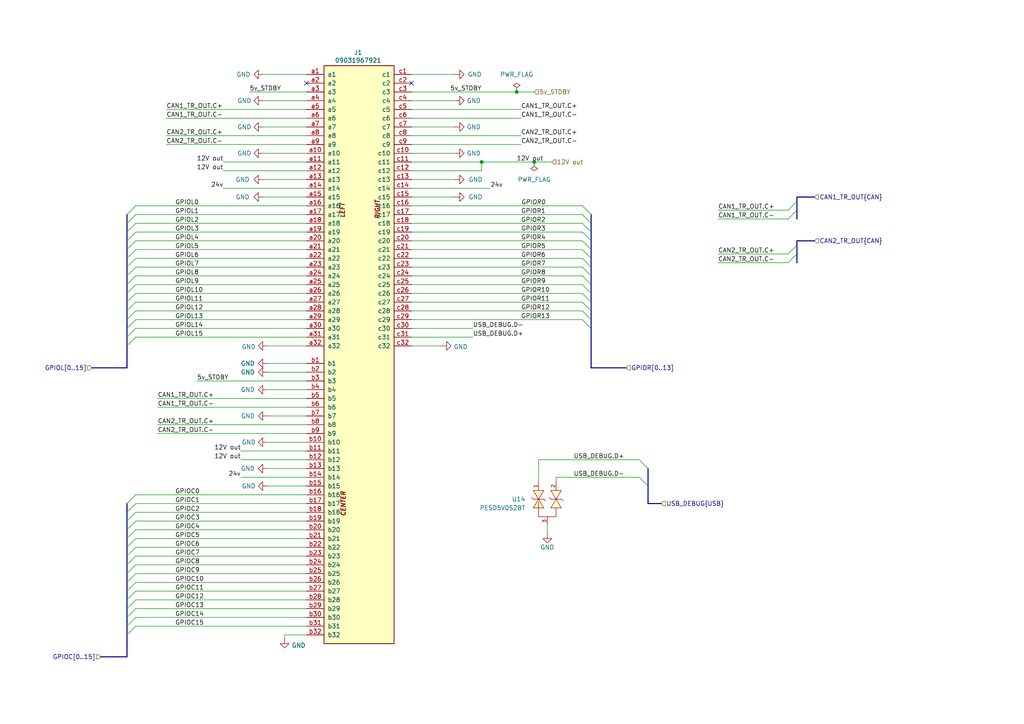
<source format=kicad_sch>
(kicad_sch (version 20231120) (generator "eeschema") (generator_version "8.0")
  (paper "A4")
  (title_block (date "2025-02-10") (rev "A") (company "ModuCard System"))
  (lib_symbols
    (symbol "DIN41612_3x32:09031967921" (pin_names (offset 1.016))
      (property "Reference" "J" (at 0 88.9 0))
      (property "Value" "09031967921" (at 0 86.36 0))
      (symbol "09031967921_0_0"
        (rectangle (start -10.16 83.82) (end 10.16 -83.82) (stroke (width 0.254)) (fill (type background)))
      )
      (symbol "09031967921_1_1"
        (text "CENTER" (at -4.572 -43.18 900) (effects (font (size 1.27 1.27) (bold yes) (italic yes))))
        (text "LEFT" (at -4.826 41.91 900) (effects (font (size 1.27 1.27) (bold yes) (italic yes))))
        (text "RIGHT" (at 5.334 42.164 900) (effects (font (size 1.27 1.27) (bold yes) (italic yes))))
        (pin passive line (at -15.24 81.28 0) (length 5.08) (name "a1") (number "a1"))
        (pin passive line (at -15.24 58.42 0) (length 5.08) (name "a10") (number "a10"))
        (pin passive line (at -15.24 55.88 0) (length 5.08) (name "a11") (number "a11"))
        (pin passive line (at -15.24 53.34 0) (length 5.08) (name "a12") (number "a12"))
        (pin passive line (at -15.24 50.8 0) (length 5.08) (name "a13") (number "a13"))
        (pin passive line (at -15.24 48.26 0) (length 5.08) (name "a14") (number "a14"))
        (pin passive line (at -15.24 45.72 0) (length 5.08) (name "a15") (number "a15"))
        (pin passive line (at -15.24 43.18 0) (length 5.08) (name "a16") (number "a16"))
        (pin passive line (at -15.24 40.64 0) (length 5.08) (name "a17") (number "a17"))
        (pin passive line (at -15.24 38.1 0) (length 5.08) (name "a18") (number "a18"))
        (pin passive line (at -15.24 35.56 0) (length 5.08) (name "a19") (number "a19"))
        (pin passive line (at -15.24 78.74 0) (length 5.08) (name "a2") (number "a2"))
        (pin passive line (at -15.24 33.02 0) (length 5.08) (name "a20") (number "a20"))
        (pin passive line (at -15.24 30.48 0) (length 5.08) (name "a21") (number "a21"))
        (pin passive line (at -15.24 27.94 0) (length 5.08) (name "a22") (number "a22"))
        (pin passive line (at -15.24 25.4 0) (length 5.08) (name "a23") (number "a23"))
        (pin passive line (at -15.24 22.86 0) (length 5.08) (name "a24") (number "a24"))
        (pin passive line (at -15.24 20.32 0) (length 5.08) (name "a25") (number "a25"))
        (pin passive line (at -15.24 17.78 0) (length 5.08) (name "a26") (number "a26"))
        (pin passive line (at -15.24 15.24 0) (length 5.08) (name "a27") (number "a27"))
        (pin passive line (at -15.24 12.7 0) (length 5.08) (name "a28") (number "a28"))
        (pin passive line (at -15.24 10.16 0) (length 5.08) (name "a29") (number "a29"))
        (pin passive line (at -15.24 76.2 0) (length 5.08) (name "a3") (number "a3"))
        (pin passive line (at -15.24 7.62 0) (length 5.08) (name "a30") (number "a30"))
        (pin passive line (at -15.24 5.08 0) (length 5.08) (name "a31") (number "a31"))
        (pin passive line (at -15.24 2.54 0) (length 5.08) (name "a32") (number "a32"))
        (pin passive line (at -15.24 73.66 0) (length 5.08) (name "a4") (number "a4"))
        (pin passive line (at -15.24 71.12 0) (length 5.08) (name "a5") (number "a5"))
        (pin passive line (at -15.24 68.58 0) (length 5.08) (name "a6") (number "a6"))
        (pin passive line (at -15.24 66.04 0) (length 5.08) (name "a7") (number "a7"))
        (pin passive line (at -15.24 63.5 0) (length 5.08) (name "a8") (number "a8"))
        (pin passive line (at -15.24 60.96 0) (length 5.08) (name "a9") (number "a9"))
        (pin passive line (at -15.24 -2.54 0) (length 5.08) (name "b1") (number "b1"))
        (pin passive line (at -15.24 -25.4 0) (length 5.08) (name "b10") (number "b10"))
        (pin passive line (at -15.24 -27.94 0) (length 5.08) (name "b11") (number "b11"))
        (pin passive line (at -15.24 -30.48 0) (length 5.08) (name "b12") (number "b12"))
        (pin passive line (at -15.24 -33.02 0) (length 5.08) (name "b13") (number "b13"))
        (pin passive line (at -15.24 -35.56 0) (length 5.08) (name "b14") (number "b14"))
        (pin passive line (at -15.24 -38.1 0) (length 5.08) (name "b15") (number "b15"))
        (pin passive line (at -15.24 -40.64 0) (length 5.08) (name "b16") (number "b16"))
        (pin passive line (at -15.24 -43.18 0) (length 5.08) (name "b17") (number "b17"))
        (pin passive line (at -15.24 -45.72 0) (length 5.08) (name "b18") (number "b18"))
        (pin passive line (at -15.24 -48.26 0) (length 5.08) (name "b19") (number "b19"))
        (pin passive line (at -15.24 -5.08 0) (length 5.08) (name "b2") (number "b2"))
        (pin passive line (at -15.24 -50.8 0) (length 5.08) (name "b20") (number "b20"))
        (pin passive line (at -15.24 -53.34 0) (length 5.08) (name "b21") (number "b21"))
        (pin passive line (at -15.24 -55.88 0) (length 5.08) (name "b22") (number "b22"))
        (pin passive line (at -15.24 -58.42 0) (length 5.08) (name "b23") (number "b23"))
        (pin passive line (at -15.24 -60.96 0) (length 5.08) (name "b24") (number "b24"))
        (pin passive line (at -15.24 -63.5 0) (length 5.08) (name "b25") (number "b25"))
        (pin passive line (at -15.24 -66.04 0) (length 5.08) (name "b26") (number "b26"))
        (pin passive line (at -15.24 -68.58 0) (length 5.08) (name "b27") (number "b27"))
        (pin passive line (at -15.24 -71.12 0) (length 5.08) (name "b28") (number "b28"))
        (pin passive line (at -15.24 -73.66 0) (length 5.08) (name "b29") (number "b29"))
        (pin passive line (at -15.24 -7.62 0) (length 5.08) (name "b3") (number "b3"))
        (pin passive line (at -15.24 -76.2 0) (length 5.08) (name "b30") (number "b30"))
        (pin passive line (at -15.24 -78.74 0) (length 5.08) (name "b31") (number "b31"))
        (pin passive line (at -15.24 -81.28 0) (length 5.08) (name "b32") (number "b32"))
        (pin passive line (at -15.24 -10.16 0) (length 5.08) (name "b4") (number "b4"))
        (pin passive line (at -15.24 -12.7 0) (length 5.08) (name "b5") (number "b5"))
        (pin passive line (at -15.24 -15.24 0) (length 5.08) (name "b6") (number "b6"))
        (pin passive line (at -15.24 -17.78 0) (length 5.08) (name "b7") (number "b7"))
        (pin passive line (at -15.24 -20.32 0) (length 5.08) (name "b8") (number "b8"))
        (pin passive line (at -15.24 -22.86 0) (length 5.08) (name "b9") (number "b9"))
        (pin passive line (at 15.24 81.28 180) (length 5.08) (name "c1") (number "c1"))
        (pin passive line (at 15.24 58.42 180) (length 5.08) (name "c10") (number "c10"))
        (pin passive line (at 15.24 55.88 180) (length 5.08) (name "c11") (number "c11"))
        (pin passive line (at 15.24 53.34 180) (length 5.08) (name "c12") (number "c12"))
        (pin passive line (at 15.24 50.8 180) (length 5.08) (name "c13") (number "c13"))
        (pin passive line (at 15.24 48.26 180) (length 5.08) (name "c14") (number "c14"))
        (pin passive line (at 15.24 45.72 180) (length 5.08) (name "c15") (number "c15"))
        (pin passive line (at 15.24 43.18 180) (length 5.08) (name "c16") (number "c16"))
        (pin passive line (at 15.24 40.64 180) (length 5.08) (name "c17") (number "c17"))
        (pin passive line (at 15.24 38.1 180) (length 5.08) (name "c18") (number "c18"))
        (pin passive line (at 15.24 35.56 180) (length 5.08) (name "c19") (number "c19"))
        (pin passive line (at 15.24 78.74 180) (length 5.08) (name "c2") (number "c2"))
        (pin passive line (at 15.24 33.02 180) (length 5.08) (name "c20") (number "c20"))
        (pin passive line (at 15.24 30.48 180) (length 5.08) (name "c21") (number "c21"))
        (pin passive line (at 15.24 27.94 180) (length 5.08) (name "c22") (number "c22"))
        (pin passive line (at 15.24 25.4 180) (length 5.08) (name "c23") (number "c23"))
        (pin passive line (at 15.24 22.86 180) (length 5.08) (name "c24") (number "c24"))
        (pin passive line (at 15.24 20.32 180) (length 5.08) (name "c25") (number "c25"))
        (pin passive line (at 15.24 17.78 180) (length 5.08) (name "c26") (number "c26"))
        (pin passive line (at 15.24 15.24 180) (length 5.08) (name "c27") (number "c27"))
        (pin passive line (at 15.24 12.7 180) (length 5.08) (name "c28") (number "c28"))
        (pin passive line (at 15.24 10.16 180) (length 5.08) (name "c29") (number "c29"))
        (pin passive line (at 15.24 76.2 180) (length 5.08) (name "c3") (number "c3"))
        (pin passive line (at 15.24 7.62 180) (length 5.08) (name "c30") (number "c30"))
        (pin passive line (at 15.24 5.08 180) (length 5.08) (name "c31") (number "c31"))
        (pin passive line (at 15.24 2.54 180) (length 5.08) (name "c32") (number "c32"))
        (pin passive line (at 15.24 73.66 180) (length 5.08) (name "c4") (number "c4"))
        (pin passive line (at 15.24 71.12 180) (length 5.08) (name "c5") (number "c5"))
        (pin passive line (at 15.24 68.58 180) (length 5.08) (name "c6") (number "c6"))
        (pin passive line (at 15.24 66.04 180) (length 5.08) (name "c7") (number "c7"))
        (pin passive line (at 15.24 63.5 180) (length 5.08) (name "c8") (number "c8"))
        (pin passive line (at 15.24 60.96 180) (length 5.08) (name "c9") (number "c9"))
      )
    )
    (symbol "GND_1" (power) (pin_numbers hide) (pin_names (offset 0) hide)
      (property "Value" "GND" (at 0 -3.81 0))
      (symbol "GND_1_0_1"
        (polyline (pts (xy 0 0) (xy 0 -1.27) (xy 1.27 -1.27) (xy 0 -2.54) (xy -1.27 -1.27) (xy 0 -1.27)))
      )
      (symbol "GND_1_1_1"
        (pin power_in line (at 0 0 270) (length 0) (name "~") (number "1"))
      )
    )
    (symbol "PESD5V0S2BT:PESD5V0S2BT" (pin_names hide)
      (property "Reference" "U" (at -0.508 -1.524 0))
      (property "Value" "PESD5V0S2BT" (at 0 0 0))
      (symbol "PESD5V0S2BT_0_1"
        (polyline (pts (xy -1.016 -2.54) (xy -4.064 -2.54)))
        (polyline (pts (xy 4.064 -2.54) (xy 1.016 -2.54)))
        (polyline (pts (xy -4.064 -2.54) (xy -4.572 -3.048) (xy -4.064 -2.54)))
        (polyline (pts (xy -1.016 -2.54) (xy -0.508 -2.032) (xy -1.016 -2.54)))
        (polyline (pts (xy 1.016 -2.54) (xy 0.508 -3.048) (xy 1.016 -2.54)))
        (polyline (pts (xy 4.064 -2.54) (xy 4.572 -2.032) (xy 4.064 -2.54)))
        (polyline (pts (xy -4.064 -5.08) (xy -2.54 -2.54) (xy -1.016 -5.08) (xy -4.064 -5.08)) (fill (type background)))
        (polyline (pts (xy -4.064 0) (xy -2.54 -2.54) (xy -1.016 0) (xy -4.064 0)) (fill (type background)))
        (polyline (pts (xy 1.016 -5.08) (xy 2.54 -2.54) (xy 4.064 -5.08) (xy 1.016 -5.08)) (fill (type background)))
        (polyline (pts (xy 1.016 0) (xy 2.54 -2.54) (xy 4.064 0) (xy 1.016 0)) (fill (type background)))
        (polyline (pts (xy 2.54 0) (xy 2.54 2.54) (xy 0 2.54) (xy -2.54 2.54) (xy -2.54 -1.778)))
      )
      (symbol "PESD5V0S2BT_1_1"
        (pin passive line (at -2.54 -7.62 90) (length 2.54) (name "1") (number "1"))
        (pin passive line (at 2.54 -7.62 90) (length 2.54) (name "2") (number "2"))
        (pin passive line (at 0 5.08 270) (length 2.54) (name "3") (number "3"))
      )
    )
    (symbol "power:GND" (power) (pin_numbers hide) (pin_names (offset 0) hide)
      (property "Value" "GND" (at 0 -3.81 0))
      (symbol "GND_0_1"
        (polyline (pts (xy 0 0) (xy 0 -1.27) (xy 1.27 -1.27) (xy 0 -2.54) (xy -1.27 -1.27) (xy 0 -1.27)))
      )
      (symbol "GND_1_1"
        (pin power_in line (at 0 0 270) (length 0) (name "~") (number "1"))
      )
    )
    (symbol "power:PWR_FLAG" (power) (pin_numbers hide) (pin_names (offset 0) hide)
      (property "Value" "PWR_FLAG" (at 0 3.81 0))
      (symbol "PWR_FLAG_0_0"
        (pin power_out line (at 0 0 90) (length 0) (name "~") (number "1"))
      )
      (symbol "PWR_FLAG_0_1"
        (polyline (pts (xy 0 0) (xy 0 1.27) (xy -1.016 1.905) (xy 0 2.54) (xy 1.016 1.905) (xy 0 1.27)))
      )
    )
  )
  (junction (at 154.94 46.99))
  (junction (at 149.86 26.67))
  (junction (at 139.7 46.99))
  (no_connect (at 119.38 24.13))
  (no_connect (at 88.9 24.13))
  (bus_entry (at 187.96 135.89) (size -2.54 -2.54))
  (bus_entry (at 39.37 161.29) (size -2.54 2.54))
  (bus_entry (at 39.37 62.23) (size -2.54 2.54))
  (bus_entry (at 168.91 72.39) (size 2.54 2.54))
  (bus_entry (at 39.37 181.61) (size -2.54 2.54))
  (bus_entry (at 39.37 153.67) (size -2.54 2.54))
  (bus_entry (at 39.37 85.09) (size -2.54 2.54))
  (bus_entry (at 39.37 95.25) (size -2.54 2.54))
  (bus_entry (at 168.91 77.47) (size 2.54 2.54))
  (bus_entry (at 39.37 97.79) (size -2.54 2.54))
  (bus_entry (at 39.37 77.47) (size -2.54 2.54))
  (bus_entry (at 39.37 143.51) (size -2.54 2.54))
  (bus_entry (at 168.91 67.31) (size 2.54 2.54))
  (bus_entry (at 39.37 72.39) (size -2.54 2.54))
  (bus_entry (at 187.96 140.97) (size -2.54 -2.54))
  (bus_entry (at 168.91 85.09) (size 2.54 2.54))
  (bus_entry (at 39.37 171.45) (size -2.54 2.54))
  (bus_entry (at 168.91 62.23) (size 2.54 2.54))
  (bus_entry (at 168.91 82.55) (size 2.54 2.54))
  (bus_entry (at 39.37 87.63) (size -2.54 2.54))
  (bus_entry (at 39.37 92.71) (size -2.54 2.54))
  (bus_entry (at 39.37 64.77) (size -2.54 2.54))
  (bus_entry (at 168.91 92.71) (size 2.54 2.54))
  (bus_entry (at 168.91 59.69) (size 2.54 2.54))
  (bus_entry (at 39.37 148.59) (size -2.54 2.54))
  (bus_entry (at 168.91 64.77) (size 2.54 2.54))
  (bus_entry (at 39.37 80.01) (size -2.54 2.54))
  (bus_entry (at 231.14 73.66) (size -2.54 2.54))
  (bus_entry (at 39.37 176.53) (size -2.54 2.54))
  (bus_entry (at 39.37 69.85) (size -2.54 2.54))
  (bus_entry (at 39.37 82.55) (size -2.54 2.54))
  (bus_entry (at 39.37 59.69) (size -2.54 2.54))
  (bus_entry (at 168.91 69.85) (size 2.54 2.54))
  (bus_entry (at 39.37 146.05) (size -2.54 2.54))
  (bus_entry (at 39.37 90.17) (size -2.54 2.54))
  (bus_entry (at 39.37 151.13) (size -2.54 2.54))
  (bus_entry (at 39.37 168.91) (size -2.54 2.54))
  (bus_entry (at 39.37 179.07) (size -2.54 2.54))
  (bus_entry (at 168.91 74.93) (size 2.54 2.54))
  (bus_entry (at 168.91 80.01) (size 2.54 2.54))
  (bus_entry (at 39.37 156.21) (size -2.54 2.54))
  (bus_entry (at 168.91 87.63) (size 2.54 2.54))
  (bus_entry (at 39.37 158.75) (size -2.54 2.54))
  (bus_entry (at 39.37 67.31) (size -2.54 2.54))
  (bus_entry (at 231.14 60.96) (size -2.54 2.54))
  (bus_entry (at 39.37 166.37) (size -2.54 2.54))
  (bus_entry (at 231.14 71.12) (size -2.54 2.54))
  (bus_entry (at 168.91 90.17) (size 2.54 2.54))
  (bus_entry (at 39.37 163.83) (size -2.54 2.54))
  (bus_entry (at 39.37 74.93) (size -2.54 2.54))
  (bus_entry (at 231.14 58.42) (size -2.54 2.54))
  (bus_entry (at 39.37 173.99) (size -2.54 2.54))
  (wire (pts (xy 168.91 80.01) (xy 119.38 80.01)))
  (wire (pts (xy 88.9 85.09) (xy 39.37 85.09)))
  (wire (pts (xy 168.91 92.71) (xy 119.38 92.71)))
  (wire (pts (xy 88.9 151.13) (xy 39.37 151.13)))
  (bus (pts (xy 36.83 92.71) (xy 36.83 95.25)))
  (bus (pts (xy 36.83 173.99) (xy 36.83 176.53)))
  (wire (pts (xy 88.9 67.31) (xy 39.37 67.31)))
  (wire (pts (xy 69.85 133.35) (xy 88.9 133.35)))
  (wire (pts (xy 128.27 100.33) (xy 119.38 100.33)))
  (bus (pts (xy 171.45 77.47) (xy 171.45 80.01)))
  (wire (pts (xy 48.26 41.91) (xy 88.9 41.91)))
  (wire (pts (xy 88.9 74.93) (xy 39.37 74.93)))
  (wire (pts (xy 156.21 133.35) (xy 185.42 133.35)))
  (wire (pts (xy 88.9 171.45) (xy 39.37 171.45)))
  (bus (pts (xy 36.83 97.79) (xy 36.83 100.33)))
  (bus (pts (xy 171.45 62.23) (xy 171.45 64.77)))
  (wire (pts (xy 208.28 60.96) (xy 228.6 60.96)))
  (wire (pts (xy 156.21 133.35) (xy 156.21 139.7)))
  (bus (pts (xy 36.83 64.77) (xy 36.83 67.31)))
  (bus (pts (xy 36.83 69.85) (xy 36.83 72.39)))
  (bus (pts (xy 36.83 184.15) (xy 36.83 190.5)))
  (wire (pts (xy 88.9 95.25) (xy 39.37 95.25)))
  (bus (pts (xy 171.45 92.71) (xy 171.45 95.25)))
  (wire (pts (xy 76.2 52.07) (xy 88.9 52.07)))
  (bus (pts (xy 36.83 176.53) (xy 36.83 179.07)))
  (bus (pts (xy 36.83 85.09) (xy 36.83 87.63)))
  (wire (pts (xy 77.47 120.65) (xy 88.9 120.65)))
  (wire (pts (xy 76.2 36.83) (xy 88.9 36.83)))
  (wire (pts (xy 82.55 185.42) (xy 82.55 184.15)))
  (wire (pts (xy 88.9 166.37) (xy 39.37 166.37)))
  (wire (pts (xy 88.9 181.61) (xy 39.37 181.61)))
  (wire (pts (xy 45.72 123.19) (xy 88.9 123.19)))
  (bus (pts (xy 36.83 168.91) (xy 36.83 171.45)))
  (wire (pts (xy 161.29 138.43) (xy 161.29 139.7)))
  (wire (pts (xy 88.9 163.83) (xy 39.37 163.83)))
  (bus (pts (xy 36.83 190.5) (xy 29.21 190.5)))
  (bus (pts (xy 36.83 87.63) (xy 36.83 90.17)))
  (wire (pts (xy 39.37 148.59) (xy 88.9 148.59)))
  (wire (pts (xy 168.91 82.55) (xy 119.38 82.55)))
  (wire (pts (xy 88.9 82.55) (xy 39.37 82.55)))
  (bus (pts (xy 171.45 87.63) (xy 171.45 90.17)))
  (wire (pts (xy 45.72 125.73) (xy 88.9 125.73)))
  (wire (pts (xy 88.9 156.21) (xy 39.37 156.21)))
  (bus (pts (xy 36.83 171.45) (xy 36.83 173.99)))
  (wire (pts (xy 39.37 59.69) (xy 88.9 59.69)))
  (bus (pts (xy 171.45 69.85) (xy 171.45 72.39)))
  (wire (pts (xy 139.7 46.99) (xy 119.38 46.99)))
  (bus (pts (xy 36.83 80.01) (xy 36.83 82.55)))
  (bus (pts (xy 187.96 140.97) (xy 187.96 146.05)))
  (wire (pts (xy 119.38 31.75) (xy 151.13 31.75)))
  (wire (pts (xy 88.9 97.79) (xy 39.37 97.79)))
  (wire (pts (xy 119.38 41.91) (xy 151.13 41.91)))
  (wire (pts (xy 168.91 72.39) (xy 119.38 72.39)))
  (wire (pts (xy 119.38 57.15) (xy 132.08 57.15)))
  (wire (pts (xy 76.2 29.21) (xy 88.9 29.21)))
  (wire (pts (xy 154.94 46.99) (xy 139.7 46.99)))
  (wire (pts (xy 39.37 62.23) (xy 88.9 62.23)))
  (wire (pts (xy 168.91 87.63) (xy 119.38 87.63)))
  (wire (pts (xy 151.13 39.37) (xy 119.38 39.37)))
  (bus (pts (xy 171.45 72.39) (xy 171.45 74.93)))
  (bus (pts (xy 231.14 58.42) (xy 231.14 60.96)))
  (wire (pts (xy 77.47 107.95) (xy 88.9 107.95)))
  (wire (pts (xy 88.9 173.99) (xy 39.37 173.99)))
  (wire (pts (xy 88.9 176.53) (xy 39.37 176.53)))
  (wire (pts (xy 208.28 63.5) (xy 228.6 63.5)))
  (wire (pts (xy 88.9 72.39) (xy 39.37 72.39)))
  (wire (pts (xy 88.9 80.01) (xy 39.37 80.01)))
  (wire (pts (xy 88.9 153.67) (xy 39.37 153.67)))
  (wire (pts (xy 48.26 34.29) (xy 88.9 34.29)))
  (wire (pts (xy 77.47 140.97) (xy 88.9 140.97)))
  (bus (pts (xy 171.45 106.68) (xy 181.61 106.68)))
  (bus (pts (xy 36.83 166.37) (xy 36.83 168.91)))
  (wire (pts (xy 88.9 90.17) (xy 39.37 90.17)))
  (wire (pts (xy 88.9 168.91) (xy 39.37 168.91)))
  (wire (pts (xy 64.77 54.61) (xy 88.9 54.61)))
  (wire (pts (xy 119.38 34.29) (xy 151.13 34.29)))
  (wire (pts (xy 76.2 21.59) (xy 88.9 21.59)))
  (wire (pts (xy 48.26 31.75) (xy 88.9 31.75)))
  (wire (pts (xy 88.9 77.47) (xy 39.37 77.47)))
  (bus (pts (xy 36.83 153.67) (xy 36.83 156.21)))
  (wire (pts (xy 48.26 39.37) (xy 88.9 39.37)))
  (bus (pts (xy 171.45 74.93) (xy 171.45 77.47)))
  (wire (pts (xy 88.9 92.71) (xy 39.37 92.71)))
  (wire (pts (xy 119.38 49.53) (xy 139.7 49.53)))
  (bus (pts (xy 171.45 95.25) (xy 171.45 106.68)))
  (wire (pts (xy 119.38 64.77) (xy 168.91 64.77)))
  (wire (pts (xy 64.77 49.53) (xy 88.9 49.53)))
  (bus (pts (xy 231.14 60.96) (xy 231.14 63.5)))
  (wire (pts (xy 119.38 36.83) (xy 132.08 36.83)))
  (wire (pts (xy 208.28 73.66) (xy 228.6 73.66)))
  (bus (pts (xy 36.83 158.75) (xy 36.83 161.29)))
  (bus (pts (xy 191.77 146.05) (xy 187.96 146.05)))
  (bus (pts (xy 36.83 95.25) (xy 36.83 97.79)))
  (wire (pts (xy 119.38 95.25) (xy 137.16 95.25)))
  (wire (pts (xy 119.38 26.67) (xy 149.86 26.67)))
  (bus (pts (xy 231.14 73.66) (xy 231.14 76.2)))
  (bus (pts (xy 187.96 135.89) (xy 187.96 140.97)))
  (wire (pts (xy 88.9 87.63) (xy 39.37 87.63)))
  (wire (pts (xy 158.75 152.4) (xy 158.75 154.94)))
  (wire (pts (xy 132.08 44.45) (xy 119.38 44.45)))
  (wire (pts (xy 39.37 64.77) (xy 88.9 64.77)))
  (wire (pts (xy 168.91 67.31) (xy 119.38 67.31)))
  (bus (pts (xy 231.14 71.12) (xy 231.14 73.66)))
  (wire (pts (xy 119.38 62.23) (xy 168.91 62.23)))
  (bus (pts (xy 36.83 90.17) (xy 36.83 92.71)))
  (bus (pts (xy 36.83 146.05) (xy 36.83 148.59)))
  (bus (pts (xy 171.45 85.09) (xy 171.45 87.63)))
  (wire (pts (xy 77.47 100.33) (xy 88.9 100.33)))
  (bus (pts (xy 171.45 90.17) (xy 171.45 92.71)))
  (bus (pts (xy 36.83 74.93) (xy 36.83 77.47)))
  (wire (pts (xy 119.38 97.79) (xy 137.16 97.79)))
  (wire (pts (xy 119.38 52.07) (xy 132.08 52.07)))
  (wire (pts (xy 149.86 26.67) (xy 154.94 26.67)))
  (wire (pts (xy 77.47 113.03) (xy 88.9 113.03)))
  (wire (pts (xy 168.91 69.85) (xy 119.38 69.85)))
  (wire (pts (xy 168.91 85.09) (xy 119.38 85.09)))
  (wire (pts (xy 168.91 74.93) (xy 119.38 74.93)))
  (bus (pts (xy 36.83 181.61) (xy 36.83 184.15)))
  (bus (pts (xy 36.83 179.07) (xy 36.83 181.61)))
  (bus (pts (xy 171.45 80.01) (xy 171.45 82.55)))
  (wire (pts (xy 39.37 143.51) (xy 88.9 143.51)))
  (wire (pts (xy 88.9 158.75) (xy 39.37 158.75)))
  (bus (pts (xy 36.83 100.33) (xy 36.83 106.68)))
  (wire (pts (xy 39.37 146.05) (xy 88.9 146.05)))
  (wire (pts (xy 168.91 77.47) (xy 119.38 77.47)))
  (wire (pts (xy 119.38 54.61) (xy 142.24 54.61)))
  (bus (pts (xy 36.83 72.39) (xy 36.83 74.93)))
  (bus (pts (xy 231.14 69.85) (xy 231.14 71.12)))
  (wire (pts (xy 77.47 105.41) (xy 88.9 105.41)))
  (wire (pts (xy 160.02 46.99) (xy 154.94 46.99)))
  (wire (pts (xy 76.2 44.45) (xy 88.9 44.45)))
  (wire (pts (xy 82.55 184.15) (xy 88.9 184.15)))
  (bus (pts (xy 171.45 67.31) (xy 171.45 69.85)))
  (wire (pts (xy 69.85 138.43) (xy 88.9 138.43)))
  (bus (pts (xy 36.83 148.59) (xy 36.83 151.13)))
  (wire (pts (xy 76.2 57.15) (xy 88.9 57.15)))
  (wire (pts (xy 88.9 179.07) (xy 39.37 179.07)))
  (wire (pts (xy 161.29 138.43) (xy 185.42 138.43)))
  (bus (pts (xy 36.83 163.83) (xy 36.83 166.37)))
  (wire (pts (xy 69.85 130.81) (xy 88.9 130.81)))
  (wire (pts (xy 45.72 118.11) (xy 88.9 118.11)))
  (bus (pts (xy 171.45 64.77) (xy 171.45 67.31)))
  (wire (pts (xy 119.38 29.21) (xy 132.08 29.21)))
  (wire (pts (xy 57.15 110.49) (xy 88.9 110.49)))
  (wire (pts (xy 119.38 21.59) (xy 132.08 21.59)))
  (bus (pts (xy 36.83 62.23) (xy 36.83 64.77)))
  (wire (pts (xy 88.9 69.85) (xy 39.37 69.85)))
  (bus (pts (xy 231.14 57.15) (xy 231.14 58.42)))
  (bus (pts (xy 236.22 69.85) (xy 231.14 69.85)))
  (bus (pts (xy 36.83 106.68) (xy 26.67 106.68)))
  (wire (pts (xy 208.28 76.2) (xy 228.6 76.2)))
  (bus (pts (xy 36.83 156.21) (xy 36.83 158.75)))
  (wire (pts (xy 64.77 46.99) (xy 88.9 46.99)))
  (wire (pts (xy 72.39 26.67) (xy 88.9 26.67)))
  (wire (pts (xy 77.47 128.27) (xy 88.9 128.27)))
  (bus (pts (xy 36.83 161.29) (xy 36.83 163.83)))
  (wire (pts (xy 139.7 46.99) (xy 139.7 49.53)))
  (wire (pts (xy 45.72 115.57) (xy 88.9 115.57)))
  (bus (pts (xy 36.83 77.47) (xy 36.83 80.01)))
  (wire (pts (xy 88.9 161.29) (xy 39.37 161.29)))
  (bus (pts (xy 171.45 82.55) (xy 171.45 85.09)))
  (bus (pts (xy 36.83 151.13) (xy 36.83 153.67)))
  (bus (pts (xy 36.83 67.31) (xy 36.83 69.85)))
  (wire (pts (xy 168.91 90.17) (xy 119.38 90.17)))
  (bus (pts (xy 236.22 57.15) (xy 231.14 57.15)))
  (wire (pts (xy 77.47 135.89) (xy 88.9 135.89)))
  (bus (pts (xy 36.83 82.55) (xy 36.83 85.09)))
  (wire (pts (xy 119.38 59.69) (xy 168.91 59.69)))
  (label "GPIOL1" (at 50.8 62.23 0))
  (label "GPIOR7" (at 151.13 77.47 0))
  (label "24v" (at 69.85 138.43 180))
  (label "GPIOL7" (at 50.8 77.47 0))
  (label "GPIOL12" (at 50.8 90.17 0))
  (label "GPIOC3" (at 50.8 151.13 0))
  (label "CAN2_TR_OUT.C-" (at 45.72 125.73 0))
  (label "USB_DEBUG.D-" (at 137.16 95.25 0))
  (label "CAN1_TR_OUT.C+" (at 151.13 31.75 0))
  (label "GPIOR13" (at 151.13 92.71 0))
  (label "GPIOC4" (at 50.8 153.67 0))
  (label "GPIOC6" (at 50.8 158.75 0))
  (label "GPIOR6" (at 151.13 74.93 0))
  (label "USB_DEBUG.D+" (at 137.16 97.79 0))
  (label "GPIOC9" (at 50.8 166.37 0))
  (label "12V out" (at 149.86 46.99 0))
  (label "GPIOR9" (at 151.13 82.55 0))
  (label "CAN2_TR_OUT.C+" (at 45.72 123.19 0))
  (label "GPIOL0" (at 50.8 59.69 0))
  (label "CAN1_TR_OUT.C-" (at 45.72 118.11 0))
  (label "GPIOC0" (at 50.8 143.51 0))
  (label "CAN1_TR_OUT.C+" (at 48.26 31.75 0))
  (label "USB_DEBUG.D+" (at 166.37 133.35 0))
  (label "GPIOC13" (at 50.8 176.53 0))
  (label "CAN2_TR_OUT.C-" (at 151.13 41.91 0))
  (label "GPIOR10" (at 151.13 85.09 0))
  (label "GPIOL10" (at 50.8 85.09 0))
  (label "GPIOC7" (at 50.8 161.29 0))
  (label "GPIOC12" (at 50.8 173.99 0))
  (label "GPIOC15" (at 50.8 181.61 0))
  (label "CAN2_TR_OUT.C-" (at 208.28 76.2 0))
  (label "GPIOC2" (at 50.8 148.59 0))
  (label "GPIOL5" (at 50.8 72.39 0))
  (label "12V out" (at 64.77 49.53 180))
  (label "12V out" (at 69.85 130.81 180))
  (label "CAN1_TR_OUT.C+" (at 208.28 60.96 0))
  (label "5v_STDBY" (at 57.15 110.49 0))
  (label "GPIOR12" (at 151.13 90.17 0))
  (label "GPIOL13" (at 50.8 92.71 0))
  (label "CAN1_TR_OUT.C+" (at 45.72 115.57 0))
  (label "GPIOR5" (at 151.13 72.39 0))
  (label "5v_STDBY" (at 139.7 26.67 180))
  (label "CAN2_TR_OUT.C+" (at 208.28 73.66 0))
  (label "GPIOC14" (at 50.8 179.07 0))
  (label "CAN1_TR_OUT.C-" (at 151.13 34.29 0))
  (label "GPIOR2" (at 151.13 64.77 0))
  (label "GPIOR11" (at 151.13 87.63 0))
  (label "GPIOR8" (at 151.13 80.01 0))
  (label "GPIOL3" (at 50.8 67.31 0))
  (label "GPIOL6" (at 50.8 74.93 0))
  (label "GPIOR4" (at 151.13 69.85 0))
  (label "GPIOL9" (at 50.8 82.55 0))
  (label "CAN1_TR_OUT.C-" (at 208.28 63.5 0))
  (label "12V out" (at 64.77 46.99 180))
  (label "GPIOL2" (at 50.8 64.77 0))
  (label "GPIOL14" (at 50.8 95.25 0))
  (label "GPIOC10" (at 50.8 168.91 0))
  (label "GPIOL11" (at 50.8 87.63 0))
  (label "GPIOC1" (at 50.8 146.05 0))
  (label "24v" (at 64.77 54.61 180))
  (label "24v" (at 142.24 54.61 0))
  (label "GPIOR1" (at 151.13 62.23 0))
  (label "USB_DEBUG.D-" (at 166.37 138.43 0))
  (label "GPIOR3" (at 151.13 67.31 0))
  (label "12V out" (at 69.85 133.35 180))
  (label "GPIOL15" (at 50.8 97.79 0))
  (label "GPIOC11" (at 50.8 171.45 0))
  (label "GPIOC5" (at 50.8 156.21 0))
  (label "CAN1_TR_OUT.C-" (at 48.26 34.29 0))
  (label "CAN2_TR_OUT.C+" (at 48.26 39.37 0))
  (label "GPIOL8" (at 50.8 80.01 0))
  (label "CAN2_TR_OUT.C+" (at 151.13 39.37 0))
  (label "GPIOR0" (at 151.13 59.69 0) (effects (font (italic yes))))
  (label "CAN2_TR_OUT.C-" (at 48.26 41.91 0))
  (label "GPIOC8" (at 50.8 163.83 0))
  (label "5v_STDBY" (at 72.39 26.67 0))
  (label "GPIOL4" (at 50.8 69.85 0))
  (hierarchical_label "5v_STDBY" (shape input) (at 154.94 26.67 0))
  (hierarchical_label "GPIOC[0..15]" (shape input) (at 29.21 190.5 180))
  (hierarchical_label "12V out" (shape input) (at 160.02 46.99 0))
  (hierarchical_label "GPIOL[0..15]" (shape input) (at 26.67 106.68 180))
  (hierarchical_label "CAN2_TR_OUT{CAN}" (shape input) (at 236.22 69.85 0))
  (hierarchical_label "GPIOR[0..13]" (shape input) (at 181.61 106.68 0))
  (hierarchical_label "CAN1_TR_OUT{CAN}" (shape input) (at 236.22 57.15 0))
  (hierarchical_label "USB_DEBUG{USB}" (shape input) (at 191.77 146.05 0))
  (symbol (lib_id "PESD5V0S2BT:PESD5V0S2BT") (at 158.75 147.32 0) (mirror x) (unit 1)
    (property "Reference" "U14" (at 152.4 144.7799 0) (effects (justify right)))
    (property "Value" "PESD5V0S2BT" (at 152.4 147.3199 0) (effects (justify right)))
    (property "Footprint" "Package_TO_SOT_SMD:SOT-23" (effects (hide yes)))
    (property "Datasheet" "https://www.lcsc.com/datasheet/lcsc_datasheet_2501101716_HXY-MOSFET-PESD5V0S2BT_C5451656.pdf" (effects (hide yes)))
    (property "Description" "11A 8V 8V Bidirectional 5V SOT-23 ESD and Surge Protection (TVS/ESD)" (effects (hide yes)))
  )
  (symbol (lib_name "GND_1") (lib_id "power:GND") (at 77.47 107.95 270) (mirror x) (unit 1)
    (property "Reference" "#PWR016" (effects (hide yes)))
    (property "Value" "GND" (at 71.882 107.95 90))
    (property "Description" "Power symbol creates a global label with name \"GND\" , ground" (effects (hide yes)))
  )
  (symbol (lib_name "GND_1") (lib_id "power:GND") (at 77.47 140.97 270) (unit 1)
    (property "Reference" "#PWR022" (effects (hide yes)))
    (property "Value" "GND" (at 72.136 140.97 90))
    (property "Description" "Power symbol creates a global label with name \"GND\" , ground" (effects (hide yes)))
  )
  (symbol (lib_id "power:GND") (at 76.2 29.21 270) (mirror x) (unit 1)
    (property "Reference" "#PWR03" (effects (hide yes)))
    (property "Value" "GND" (at 70.866 29.21 90))
    (property "Description" "Power symbol creates a global label with name \"GND\" , ground" (effects (hide yes)))
  )
  (symbol (lib_id "power:GND") (at 76.2 44.45 270) (mirror x) (unit 1)
    (property "Reference" "#PWR07" (effects (hide yes)))
    (property "Value" "GND" (at 70.866 44.45 90))
    (property "Description" "Power symbol creates a global label with name \"GND\" , ground" (effects (hide yes)))
  )
  (symbol (lib_id "power:GND") (at 132.08 52.07 90) (mirror x) (unit 1)
    (property "Reference" "#PWR010" (effects (hide yes)))
    (property "Value" "GND" (at 137.922 52.07 90))
    (property "Description" "Power symbol creates a global label with name \"GND\" , ground" (effects (hide yes)))
  )
  (symbol (lib_id "power:GND") (at 132.08 44.45 90) (mirror x) (unit 1)
    (property "Reference" "#PWR08" (effects (hide yes)))
    (property "Value" "GND" (at 137.414 44.45 90))
    (property "Description" "Power symbol creates a global label with name \"GND\" , ground" (effects (hide yes)))
  )
  (symbol (lib_id "DIN41612_3x32:09031967921") (at 104.14 102.87 0) (unit 1)
    (property "Reference" "J1" (at 103.886 15.24 0))
    (property "Value" "09031967921" (at 103.886 17.526 0))
    (property "Footprint" "Connector_DIN:DIN41612_R_3x32_Female_Horizontal_THT" (effects (hide yes)))
    (property "MF" "Harting" (effects (hide yes)))
    (property "MAXIMUM_PACKAGE_HEIGHT" "11 mm" (effects (hide yes)))
    (property "Package" "None" (effects (hide yes)))
    (property "Price" "None" (effects (hide yes)))
    (property "Check_prices" "https://www.snapeda.com/parts/0903-196-7921/Harting/view-part/?ref=eda" (effects (hide yes)))
    (property "STANDARD" "Manufacturer recommendations" (effects (hide yes)))
    (property "PARTREV" "D" (effects (hide yes)))
    (property "SnapEDA_Link" "https://www.snapeda.com/parts/0903-196-7921/Harting/view-part/?ref=snap" (effects (hide yes)))
    (property "MP" "0903-196-7921" (effects (hide yes)))
    (property "Description_1" "\n                        \n                            CONNECTOR, DIN 41612, PLUG, THT, RA, 96P; Product Range: Type C Series; No. of Contacts: 96Contacts; Gender: Plug; Pitch Spacing: 2.54mm; No. of Rows: 3 Row; Rows Loaded: a + b + c; Contact Plating: Gold Plated Contacts; Contact Material: Brass; No. of Mating Cycles: 50; SVHC: No SVHC (15-Jan-2018); Contact Resistance: 15mohm; Contact Termination: Through Hole Right Angle; Contact Termination Type: Through Hole; Current Rating: 2A; Flammability Rating: UL94V-0; Insulation Resistance: 1000000Mohm; Insulator Material: PET (Polyester); Lead Spacing: 2.54mm; No. of Rows: 3Rows; Operating Temperature Max: 125°C; Operating Temperature Min: -65°C; Termination Method: Solder; Working Voltage: 250V\n                        \n" (effects (hide yes)))
    (property "Availability" "In Stock" (effects (hide yes)))
    (property "MANUFACTURER" "HARTING" (effects (hide yes)))
  )
  (symbol (lib_id "power:GND") (at 132.08 57.15 90) (mirror x) (unit 1)
    (property "Reference" "#PWR012" (effects (hide yes)))
    (property "Value" "GND" (at 137.922 57.15 90))
    (property "Description" "Power symbol creates a global label with name \"GND\" , ground" (effects (hide yes)))
  )
  (symbol (lib_name "GND_1") (lib_id "power:GND") (at 158.75 154.94 0) (unit 1)
    (property "Reference" "#PWR048" (effects (hide yes)))
    (property "Value" "GND" (at 158.75 158.75 0))
    (property "Description" "Power symbol creates a global label with name \"GND\" , ground" (effects (hide yes)))
  )
  (symbol (lib_id "power:GND") (at 132.08 21.59 90) (mirror x) (unit 1)
    (property "Reference" "#PWR02" (effects (hide yes)))
    (property "Value" "GND" (at 137.668 21.59 90))
    (property "Description" "Power symbol creates a global label with name \"GND\" , ground" (effects (hide yes)))
  )
  (symbol (lib_name "GND_1") (lib_id "power:GND") (at 77.47 113.03 270) (mirror x) (unit 1)
    (property "Reference" "#PWR017" (effects (hide yes)))
    (property "Value" "GND" (at 71.882 113.03 90))
    (property "Description" "Power symbol creates a global label with name \"GND\" , ground" (effects (hide yes)))
  )
  (symbol (lib_id "power:GND") (at 76.2 21.59 270) (mirror x) (unit 1)
    (property "Reference" "#PWR01" (effects (hide yes)))
    (property "Value" "GND" (at 70.612 21.59 90))
    (property "Description" "Power symbol creates a global label with name \"GND\" , ground" (effects (hide yes)))
  )
  (symbol (lib_id "power:GND") (at 132.08 36.83 90) (mirror x) (unit 1)
    (property "Reference" "#PWR06" (effects (hide yes)))
    (property "Value" "GND" (at 137.414 36.83 90))
    (property "Description" "Power symbol creates a global label with name \"GND\" , ground" (effects (hide yes)))
  )
  (symbol (lib_name "GND_1") (lib_id "power:GND") (at 77.47 135.89 270) (unit 1)
    (property "Reference" "#PWR021" (effects (hide yes)))
    (property "Value" "GND" (at 71.882 135.89 90))
    (property "Description" "Power symbol creates a global label with name \"GND\" , ground" (effects (hide yes)))
  )
  (symbol (lib_id "power:GND") (at 76.2 52.07 270) (mirror x) (unit 1)
    (property "Reference" "#PWR09" (effects (hide yes)))
    (property "Value" "GND" (at 70.358 52.07 90))
    (property "Description" "Power symbol creates a global label with name \"GND\" , ground" (effects (hide yes)))
  )
  (symbol (lib_name "GND_1") (lib_id "power:GND") (at 82.55 185.42 0) (unit 1)
    (property "Reference" "#PWR024" (effects (hide yes)))
    (property "Value" "GND" (at 86.614 187.198 0))
    (property "Description" "Power symbol creates a global label with name \"GND\" , ground" (effects (hide yes)))
  )
  (symbol (lib_id "power:PWR_FLAG") (at 149.86 26.67 0) (unit 1)
    (property "Reference" "#FLG06" (effects (hide yes)))
    (property "Value" "PWR_FLAG" (at 149.86 21.59 0))
    (property "Description" "Special symbol for telling ERC where power comes from" (effects (hide yes)))
  )
  (symbol (lib_name "GND_1") (lib_id "power:GND") (at 77.47 128.27 270) (unit 1)
    (property "Reference" "#PWR020" (effects (hide yes)))
    (property "Value" "GND" (at 72.136 128.27 90))
    (property "Description" "Power symbol creates a global label with name \"GND\" , ground" (effects (hide yes)))
  )
  (symbol (lib_name "GND_1") (lib_id "power:GND") (at 128.27 100.33 90) (mirror x) (unit 1)
    (property "Reference" "#PWR014" (effects (hide yes)))
    (property "Value" "GND" (at 133.604 100.584 90))
    (property "Description" "Power symbol creates a global label with name \"GND\" , ground" (effects (hide yes)))
  )
  (symbol (lib_id "power:PWR_FLAG") (at 154.94 46.99 180) (unit 1)
    (property "Reference" "#FLG08" (effects (hide yes)))
    (property "Value" "PWR_FLAG" (at 154.94 52.07 0))
    (property "Description" "Special symbol for telling ERC where power comes from" (effects (hide yes)))
  )
  (symbol (lib_id "power:GND") (at 76.2 57.15 270) (mirror x) (unit 1)
    (property "Reference" "#PWR011" (effects (hide yes)))
    (property "Value" "GND" (at 70.358 57.15 90))
    (property "Description" "Power symbol creates a global label with name \"GND\" , ground" (effects (hide yes)))
  )
  (symbol (lib_name "GND_1") (lib_id "power:GND") (at 77.47 105.41 270) (mirror x) (unit 1)
    (property "Reference" "#PWR015" (effects (hide yes)))
    (property "Value" "GND" (at 71.882 105.41 90))
    (property "Description" "Power symbol creates a global label with name \"GND\" , ground" (effects (hide yes)))
  )
  (symbol (lib_name "GND_1") (lib_id "power:GND") (at 77.47 120.65 270) (unit 1)
    (property "Reference" "#PWR018" (effects (hide yes)))
    (property "Value" "GND" (at 71.882 120.65 90))
    (property "Description" "Power symbol creates a global label with name \"GND\" , ground" (effects (hide yes)))
  )
  (symbol (lib_id "power:GND") (at 132.08 29.21 90) (mirror x) (unit 1)
    (property "Reference" "#PWR04" (effects (hide yes)))
    (property "Value" "GND" (at 137.414 29.21 90))
    (property "Description" "Power symbol creates a global label with name \"GND\" , ground" (effects (hide yes)))
  )
  (symbol (lib_id "power:GND") (at 77.47 100.33 270) (unit 1)
    (property "Reference" "#PWR013" (effects (hide yes)))
    (property "Value" "GND" (at 72.136 100.584 90))
    (property "Description" "Power symbol creates a global label with name \"GND\" , ground" (effects (hide yes)))
  )
  (symbol (lib_id "power:GND") (at 76.2 36.83 270) (mirror x) (unit 1)
    (property "Reference" "#PWR05" (effects (hide yes)))
    (property "Value" "GND" (at 70.866 36.83 90))
    (property "Description" "Power symbol creates a global label with name \"GND\" , ground" (effects (hide yes)))
  )
)
</source>
